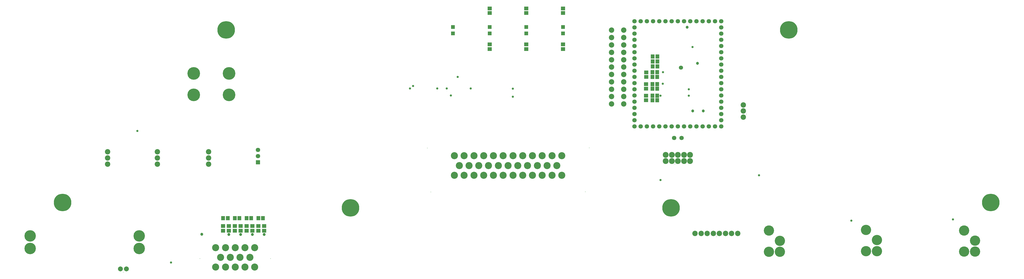
<source format=gbs>
G04*
G04 #@! TF.GenerationSoftware,Altium Limited,Altium Designer,18.0.11 (651)*
G04*
G04 Layer_Color=16711935*
%FSLAX42Y42*%
%MOMM*%
G71*
G01*
G75*
%ADD27R,1.70X1.50*%
%ADD28R,1.50X1.70*%
%ADD36C,2.90*%
%ADD37C,0.20*%
%ADD38C,1.80*%
%ADD39C,4.70*%
%ADD40C,4.20*%
%ADD41C,2.20*%
%ADD42C,2.00*%
%ADD43C,5.20*%
%ADD44C,2.40*%
%ADD45R,1.50X1.50*%
%ADD46R,1.80X1.80*%
%ADD47C,7.20*%
%ADD48C,0.90*%
%ADD49C,1.20*%
%ADD50C,1.70*%
D27*
X51245Y15405D02*
D03*
Y15215D02*
D03*
X51257Y15887D02*
D03*
Y15697D02*
D03*
X51245Y14929D02*
D03*
Y14739D02*
D03*
X35110Y9384D02*
D03*
Y9574D02*
D03*
X34869Y9384D02*
D03*
Y9574D02*
D03*
X47841Y17031D02*
D03*
Y16841D02*
D03*
X44835Y17031D02*
D03*
Y16841D02*
D03*
X46338Y17031D02*
D03*
Y16841D02*
D03*
X47841Y18510D02*
D03*
Y18320D02*
D03*
X44835Y18510D02*
D03*
Y18320D02*
D03*
X46338Y18510D02*
D03*
Y18320D02*
D03*
X34147Y9574D02*
D03*
Y9384D02*
D03*
X34629Y9574D02*
D03*
Y9384D02*
D03*
X35591Y9574D02*
D03*
Y9384D02*
D03*
X35351Y9574D02*
D03*
Y9384D02*
D03*
X34388Y9574D02*
D03*
Y9384D02*
D03*
X33907Y9574D02*
D03*
Y9384D02*
D03*
D28*
X51708Y16535D02*
D03*
X51518D02*
D03*
X51708Y16332D02*
D03*
X51518D02*
D03*
X51708Y16129D02*
D03*
X51518D02*
D03*
X51511Y15215D02*
D03*
X51701D02*
D03*
X51702Y15405D02*
D03*
X51512D02*
D03*
Y15697D02*
D03*
X51702D02*
D03*
Y15888D02*
D03*
X51512D02*
D03*
X51702Y14923D02*
D03*
X51512D02*
D03*
X51511Y14739D02*
D03*
X51701D02*
D03*
X34869Y9900D02*
D03*
X35059D02*
D03*
X35541D02*
D03*
X35351D02*
D03*
X34578D02*
D03*
X34388D02*
D03*
X34097D02*
D03*
X33907D02*
D03*
D36*
X43590Y12059D02*
D03*
X43390Y11659D02*
D03*
Y12459D02*
D03*
X43790D02*
D03*
X44190D02*
D03*
X44590D02*
D03*
X44990D02*
D03*
X45390D02*
D03*
X45790D02*
D03*
X46190D02*
D03*
X46590D02*
D03*
X46990D02*
D03*
X47390D02*
D03*
X47790D02*
D03*
Y11659D02*
D03*
X47390D02*
D03*
X46990D02*
D03*
X46590D02*
D03*
X46190D02*
D03*
X45790D02*
D03*
X45390D02*
D03*
X44990D02*
D03*
X44590D02*
D03*
X44190D02*
D03*
X43790D02*
D03*
X44390Y12059D02*
D03*
X44790D02*
D03*
X45190D02*
D03*
X45590D02*
D03*
X45990D02*
D03*
X46390D02*
D03*
X46790D02*
D03*
X47190D02*
D03*
X47590D02*
D03*
X43990D02*
D03*
X34404Y8687D02*
D03*
X34804D02*
D03*
X35204D02*
D03*
X35004Y8287D02*
D03*
X34604D02*
D03*
X34204D02*
D03*
X33804D02*
D03*
X33604Y8687D02*
D03*
X34004D02*
D03*
X33604Y7887D02*
D03*
X35204D02*
D03*
X34804D02*
D03*
X34404D02*
D03*
X34004D02*
D03*
D37*
X48760Y10979D02*
D03*
X42424Y10972D02*
D03*
X48914Y12782D02*
D03*
X42279Y12775D02*
D03*
X29820Y7683D02*
D03*
X52428Y12118D02*
D03*
X55357Y14175D02*
D03*
X32954Y8237D02*
D03*
X35854D02*
D03*
X54129Y9137D02*
D03*
D38*
X51029Y13665D02*
D03*
X51283D02*
D03*
X51537D02*
D03*
X51791D02*
D03*
X52045D02*
D03*
X52299D02*
D03*
X52553D02*
D03*
X52807D02*
D03*
X53061D02*
D03*
X53315D02*
D03*
X53569D02*
D03*
X53823D02*
D03*
X54077D02*
D03*
X54331D02*
D03*
Y13919D02*
D03*
Y14173D02*
D03*
Y14427D02*
D03*
Y14681D02*
D03*
Y14935D02*
D03*
Y15189D02*
D03*
Y15443D02*
D03*
Y15697D02*
D03*
Y15951D02*
D03*
Y16205D02*
D03*
Y16459D02*
D03*
Y16713D02*
D03*
Y16967D02*
D03*
Y17221D02*
D03*
Y17475D02*
D03*
Y17729D02*
D03*
Y17983D02*
D03*
X54077D02*
D03*
X53823D02*
D03*
X53569D02*
D03*
X53315D02*
D03*
X53061D02*
D03*
X52807D02*
D03*
X52553D02*
D03*
X52299D02*
D03*
X52045D02*
D03*
X51791D02*
D03*
X51537D02*
D03*
X51283D02*
D03*
X51029D02*
D03*
X50775D02*
D03*
Y17729D02*
D03*
Y17475D02*
D03*
Y17221D02*
D03*
Y16967D02*
D03*
Y16713D02*
D03*
Y16459D02*
D03*
Y16205D02*
D03*
Y15951D02*
D03*
Y15697D02*
D03*
Y15443D02*
D03*
Y15189D02*
D03*
Y14935D02*
D03*
Y14681D02*
D03*
Y14427D02*
D03*
Y14173D02*
D03*
Y13919D02*
D03*
Y13665D02*
D03*
X52700Y13193D02*
D03*
X52400D02*
D03*
X35338Y12700D02*
D03*
Y12446D02*
D03*
D39*
X30467Y8649D02*
D03*
Y9169D02*
D03*
X25997Y8649D02*
D03*
Y9169D02*
D03*
D40*
X64282Y9392D02*
D03*
X64732Y8972D02*
D03*
Y8522D02*
D03*
X64282D02*
D03*
X60261Y9417D02*
D03*
X60711Y8997D02*
D03*
Y8547D02*
D03*
X60261D02*
D03*
X56281Y9386D02*
D03*
X56731Y8966D02*
D03*
Y8516D02*
D03*
X56281D02*
D03*
D41*
X49830Y14586D02*
D03*
X50330D02*
D03*
X49830Y14889D02*
D03*
X50330D02*
D03*
X49830Y15192D02*
D03*
X50330D02*
D03*
X49830Y15495D02*
D03*
X50330D02*
D03*
Y15798D02*
D03*
X49830D02*
D03*
X50330Y16101D02*
D03*
X49830D02*
D03*
X50330Y16404D02*
D03*
X49830D02*
D03*
X50330Y16707D02*
D03*
X49830D02*
D03*
Y17010D02*
D03*
X50330D02*
D03*
X49830Y17313D02*
D03*
X50330D02*
D03*
X49830Y17617D02*
D03*
X50330D02*
D03*
X33312Y12116D02*
D03*
Y12370D02*
D03*
Y12624D02*
D03*
X55232Y14050D02*
D03*
Y14300D02*
D03*
Y14550D02*
D03*
X31215Y12116D02*
D03*
Y12370D02*
D03*
Y12624D02*
D03*
X29172D02*
D03*
Y12370D02*
D03*
Y12116D02*
D03*
X53254Y9271D02*
D03*
X53504D02*
D03*
X53754D02*
D03*
X54004D02*
D03*
X54254D02*
D03*
X54504D02*
D03*
X54754D02*
D03*
X55004D02*
D03*
D42*
X29695Y7818D02*
D03*
X29945D02*
D03*
D43*
X32700Y14961D02*
D03*
X34150D02*
D03*
X32700Y15841D02*
D03*
X34150D02*
D03*
D44*
X53053Y12493D02*
D03*
X52803D02*
D03*
X52553D02*
D03*
X52303D02*
D03*
X52053D02*
D03*
Y12243D02*
D03*
X52303D02*
D03*
X52553D02*
D03*
X52803D02*
D03*
X53053D02*
D03*
D45*
X44835Y17748D02*
D03*
Y17488D02*
D03*
X47841Y17748D02*
D03*
Y17488D02*
D03*
X43332Y17748D02*
D03*
Y17488D02*
D03*
X46338Y17748D02*
D03*
Y17488D02*
D03*
D46*
X35338Y12192D02*
D03*
D47*
X27330Y10541D02*
D03*
X34036Y17628D02*
D03*
X57099D02*
D03*
X65380Y10541D02*
D03*
X39129Y10325D02*
D03*
X52273D02*
D03*
D48*
X53149Y16929D02*
D03*
X51841Y11468D02*
D03*
X51943Y15888D02*
D03*
X51930Y15418D02*
D03*
X51841Y14923D02*
D03*
X52997D02*
D03*
Y15189D02*
D03*
X45783Y15215D02*
D03*
X30391Y13475D02*
D03*
X31775Y8077D02*
D03*
X45783Y14884D02*
D03*
X41694Y15329D02*
D03*
X63830Y9843D02*
D03*
X59665Y9792D02*
D03*
X55880Y11659D02*
D03*
X43243Y14935D02*
D03*
X43523Y15697D02*
D03*
X41567Y15227D02*
D03*
X43072D02*
D03*
X42685D02*
D03*
X44057D02*
D03*
D49*
X52934Y17742D02*
D03*
X53162Y14300D02*
D03*
X53594D02*
D03*
X53353Y16256D02*
D03*
X33033Y9240D02*
D03*
X35591Y9230D02*
D03*
X34629D02*
D03*
X35110D02*
D03*
X34147D02*
D03*
D50*
X52681Y16077D02*
D03*
M02*

</source>
